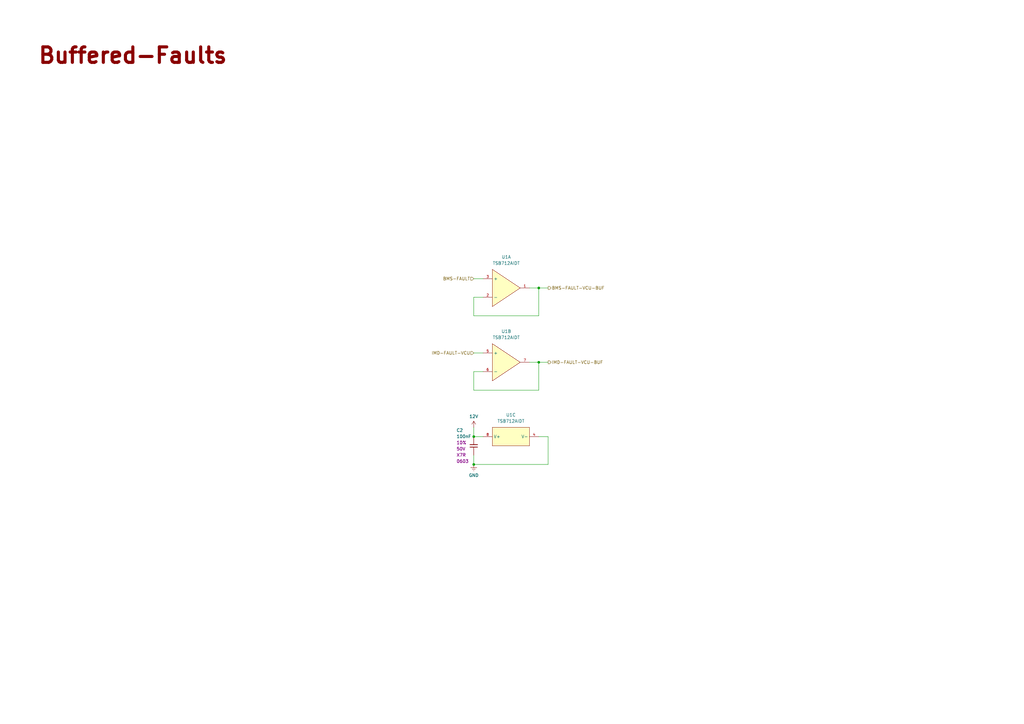
<source format=kicad_sch>
(kicad_sch (version 20250114) (generator "eeschema") (generator_version "9.0")
  (paper "A3")
  (lib_symbols
    (symbol "-C-Ceramic-0603:C-0603-100nF-10%-50V-X7R" (pin_numbers (hide yes)) (pin_names (hide yes))
      (property "Reference" "C" (at 0 -7.62 0))
      (property "Value" "100nF" (at 0 -11.43 0))
      (property "Tolerance" "10%" (at 0 -26.67 0))
      (property "Voltage" "50V" (at 0 -30.48 0))
      (property "Dielectric" "X7R" (at 0 -34.29 0))
      (property "Case/Package" "0603" (at 0 -38.1 0))
      (symbol "C-0603-100nF-10%-50V-X7R_0_1"
        (polyline (pts (xy 3.302 -1.524) (xy 3.302 1.524)) (stroke (width 0.3048)))
        (polyline (pts (xy 4.318 -1.524) (xy 4.318 1.524)) (stroke (width 0.3302)))
      )
      (symbol "C-0603-100nF-10%-50V-X7R_1_1"
        (pin passive line (at 0 0 0) (length 3.175) (name "1") (number "1"))
        (pin passive line (at 7.62 0 180) (length 3.175) (name "2") (number "2"))
      )
    )
    (symbol "-Operational-Amplifiers:TSB712AIDT"
      (property "Reference" "U" (at 0 -3.81 0))
      (property "Value" "TSB712AIDT" (at 0 -7.62 0))
      (symbol "TSB712AIDT_1_1"
        (polyline (pts (xy 0 15.24) (xy 0 0) (xy 11.43 7.62) (xy 0 15.24)) (fill (type background)))
        (pin passive line (at -3.81 11.43 0) (length 3.81) (name "+") (number "3"))
        (pin passive line (at -3.81 3.81 0) (length 3.81) (name "-") (number "2"))
        (pin passive line (at 15.24 7.62 180) (length 3.81) (name "") (number "1"))
      )
      (symbol "TSB712AIDT_2_1"
        (polyline (pts (xy 0 15.24) (xy 0 0) (xy 11.43 7.62) (xy 0 15.24)) (fill (type background)))
        (pin passive line (at -3.81 11.43 0) (length 3.81) (name "+") (number "5"))
        (pin passive line (at -3.81 3.81 0) (length 3.81) (name "-") (number "6"))
        (pin passive line (at 15.24 7.62 180) (length 3.81) (name "") (number "7"))
      )
      (symbol "TSB712AIDT_3_1"
        (rectangle (start 0 7.62) (end 15.24 0) (fill (type background)))
        (pin passive line (at -3.81 3.81 0) (length 3.81) (name "V+") (number "8"))
        (pin passive line (at 19.05 3.81 180) (length 3.81) (name "V-") (number "4"))
      )
    )
    (symbol "power:Earth" (power) (pin_numbers (hide yes)) (pin_names (offset 0) (hide yes))
      (property "Value" "Earth" (at 0 -3.81 0))
      (symbol "Earth_0_1"
        (polyline (pts (xy -0.635 -1.905) (xy 0.635 -1.905)))
        (polyline (pts (xy -0.127 -2.54) (xy 0.127 -2.54)))
        (polyline (pts (xy 0 -1.27) (xy 0 0)))
        (polyline (pts (xy 1.27 -1.27) (xy -1.27 -1.27)))
      )
      (symbol "Earth_1_1"
        (pin power_in line (at 0 0 270) (length 0) (name "~") (number "1"))
      )
    )
    (symbol "power:VCC" (power) (pin_numbers (hide yes)) (pin_names (offset 0) (hide yes))
      (property "Value" "VCC" (at 0 3.556 0))
      (symbol "VCC_0_1"
        (polyline (pts (xy -0.762 1.27) (xy 0 2.54)))
        (polyline (pts (xy 0 2.54) (xy 0.762 1.27)))
        (polyline (pts (xy 0 0) (xy 0 2.54)))
      )
      (symbol "VCC_1_1"
        (pin power_in line (at 0 0 90) (length 0) (name "~") (number "1"))
      )
    )
  )
  (text "Buffered-Faults" (at 15.24 26.67 0) (effects (font (size 6.35 6.35) (thickness 1.27) (bold yes)) (justify left bottom)))
  (junction (at 194.31 190.5))
  (junction (at 194.31 179.07))
  (junction (at 220.98 148.59))
  (junction (at 220.98 118.11))
  (wire (pts (xy 194.31 179.07) (xy 198.12 179.07)))
  (wire (pts (xy 194.31 175.26) (xy 194.31 179.07)))
  (wire (pts (xy 198.12 152.4) (xy 194.31 152.4)))
  (wire (pts (xy 220.98 118.11) (xy 224.79 118.11)))
  (wire (pts (xy 217.17 118.11) (xy 220.98 118.11)))
  (wire (pts (xy 194.31 160.02) (xy 220.98 160.02)))
  (wire (pts (xy 220.98 148.59) (xy 217.17 148.59)))
  (wire (pts (xy 194.31 129.54) (xy 220.98 129.54)))
  (wire (pts (xy 194.31 190.5) (xy 224.79 190.5)))
  (wire (pts (xy 220.98 129.54) (xy 220.98 118.11)))
  (wire (pts (xy 194.31 114.3) (xy 198.12 114.3)))
  (wire (pts (xy 220.98 160.02) (xy 220.98 148.59)))
  (wire (pts (xy 194.31 186.69) (xy 194.31 190.5)))
  (wire (pts (xy 220.98 148.59) (xy 224.79 148.59)))
  (wire (pts (xy 224.79 179.07) (xy 220.98 179.07)))
  (wire (pts (xy 224.79 190.5) (xy 224.79 179.07)))
  (wire (pts (xy 198.12 121.92) (xy 194.31 121.92)))
  (wire (pts (xy 194.31 121.92) (xy 194.31 129.54)))
  (wire (pts (xy 194.31 152.4) (xy 194.31 160.02)))
  (wire (pts (xy 194.31 144.78) (xy 198.12 144.78)))
  (hierarchical_label "IMD-FAULT-VCU-BUF" (shape output) (at 224.79 148.59 0))
  (hierarchical_label "BMS-FAULT-VCU-BUF" (shape output) (at 224.79 118.11 0))
  (hierarchical_label "IMD-FAULT-VCU" (shape input) (at 194.31 144.78 180))
  (hierarchical_label "BMS-FAULT" (shape input) (at 194.31 114.3 180))
  (symbol (lib_id "power:VCC") (at 194.31 175.26 0) (mirror y) (unit 1)
    (property "Reference" "#PWR063" (effects (hide yes)))
    (property "Value" "12V" (at 194.31 170.815 0))
    (property "Description" "Power symbol creates a global label with name \"VCC\"" (effects (hide yes)))
  )
  (symbol (lib_id "-Operational-Amplifiers:TSB712AIDT") (at 201.93 182.88 0) (unit 3)
    (property "Reference" "U1" (at 209.55 170.18 0))
    (property "Value" "TSB712AIDT" (at 209.55 172.72 0))
    (property "Footprint" "Package_SO:SOIC-8_5.3x5.3mm_P1.27mm" (effects (hide yes)))
    (property "Datasheet" "https://www.st.com/resource/en/datasheet/tsb712a.pdf" (effects (hide yes)))
    (property "Description" "Standard (General Purpose) Amplifier 2 Circuit Rail-to-Rail 8-SOIC" (effects (hide yes)))
    (property "Link" "https://www.digikey.com/en/products/detail/stmicroelectronics/TSB712AIDT/9770476?s=N4IgTCBcDaICoGUBCB2AjGAggSQCJxAF0BfIA" (effects (hide yes)))
    (property "Manufacturer" "STMicroelectronics" (effects (hide yes)))
    (property "Manufacturer P/N" "TSB712AIDT" (effects (hide yes)))
    (property "Digikey P/N" "497-19067-1-ND" (effects (hide yes)))
    (property "Mouser P/N" "511-TSB712AIDT" (effects (hide yes)))
    (property "LCSC P/N" "C2058811" (effects (hide yes)))
  )
  (symbol (lib_id "-C-Ceramic-0603:C-0603-100nF-10%-50V-X7R") (at 194.31 186.69 90) (unit 1)
    (property "Reference" "C2" (at 187.1973 176.4747 90) (effects (justify right)))
    (property "Value" "100nF" (at 187.1973 179.0147 90) (effects (justify right)))
    (property "Footprint" "Capacitor_SMD:C_0603_1608Metric_Pad1.08x0.95mm_HandSolder" (effects (hide yes)))
    (property "Datasheet" "https://jlcpcb.com/api/file/downloadByFileSystemAccessId/8579707083955945472" (effects (hide yes)))
    (property "Description" "100nF 50V X7R 0603 JLCPCB Basic Capacitor" (effects (hide yes)))
    (property "Tolerance" "10%" (at 187.1973 181.5547 90) (effects (justify right)))
    (property "Voltage" "50V" (at 187.1973 184.0947 90) (effects (justify right)))
    (property "Dielectric" "X7R" (at 187.1973 186.6347 90) (effects (justify right)))
    (property "Case/Package" "0603" (at 187.1973 189.1747 90) (effects (justify right)))
    (property "Link" "https://jlcpcb.com/partdetail/YAGEO-CC0603KRX7R9BB104/C14663" (effects (hide yes)))
    (property "Manufacturer" "YAGEO" (effects (hide yes)))
    (property "Manufacturer P/N" "CC0603KRX7R9BB104" (effects (hide yes)))
    (property "Digikey P/N" "311-1344-1-ND" (effects (hide yes)))
    (property "Mouser P/N" "603-CC603KRX7R9BB104" (effects (hide yes)))
    (property "LCSC P/N" "C14663" (effects (hide yes)))
  )
  (symbol (lib_id "-Operational-Amplifiers:TSB712AIDT") (at 201.93 125.73 0) (unit 1)
    (property "Reference" "U1" (at 207.645 105.41 0))
    (property "Value" "TSB712AIDT" (at 207.645 107.95 0))
    (property "Footprint" "Package_SO:SOIC-8_5.3x5.3mm_P1.27mm" (effects (hide yes)))
    (property "Datasheet" "https://www.st.com/resource/en/datasheet/tsb712a.pdf" (effects (hide yes)))
    (property "Description" "Standard (General Purpose) Amplifier 2 Circuit Rail-to-Rail 8-SOIC" (effects (hide yes)))
    (property "Link" "https://www.digikey.com/en/products/detail/stmicroelectronics/TSB712AIDT/9770476?s=N4IgTCBcDaICoGUBCB2AjGAggSQCJxAF0BfIA" (effects (hide yes)))
    (property "Manufacturer" "STMicroelectronics" (effects (hide yes)))
    (property "Manufacturer P/N" "TSB712AIDT" (effects (hide yes)))
    (property "Digikey P/N" "497-19067-1-ND" (effects (hide yes)))
    (property "Mouser P/N" "511-TSB712AIDT" (effects (hide yes)))
    (property "LCSC P/N" "C2058811" (effects (hide yes)))
  )
  (symbol (lib_id "power:Earth") (at 194.31 190.5 0) (unit 1)
    (property "Reference" "#PWR064" (effects (hide yes)))
    (property "Value" "GND" (at 194.31 194.945 0))
    (property "Description" "Power symbol creates a global label with name \"Earth\"" (effects (hide yes)))
  )
  (symbol (lib_id "-Operational-Amplifiers:TSB712AIDT") (at 201.93 156.21 0) (unit 2)
    (property "Reference" "U1" (at 207.645 135.89 0))
    (property "Value" "TSB712AIDT" (at 207.645 138.43 0))
    (property "Footprint" "Package_SO:SOIC-8_5.3x5.3mm_P1.27mm" (effects (hide yes)))
    (property "Datasheet" "https://www.st.com/resource/en/datasheet/tsb712a.pdf" (effects (hide yes)))
    (property "Description" "Standard (General Purpose) Amplifier 2 Circuit Rail-to-Rail 8-SOIC" (effects (hide yes)))
    (property "Link" "https://www.digikey.com/en/products/detail/stmicroelectronics/TSB712AIDT/9770476?s=N4IgTCBcDaICoGUBCB2AjGAggSQCJxAF0BfIA" (effects (hide yes)))
    (property "Manufacturer" "STMicroelectronics" (effects (hide yes)))
    (property "Manufacturer P/N" "TSB712AIDT" (effects (hide yes)))
    (property "Digikey P/N" "497-19067-1-ND" (effects (hide yes)))
    (property "Mouser P/N" "511-TSB712AIDT" (effects (hide yes)))
    (property "LCSC P/N" "C2058811" (effects (hide yes)))
  )
)
</source>
